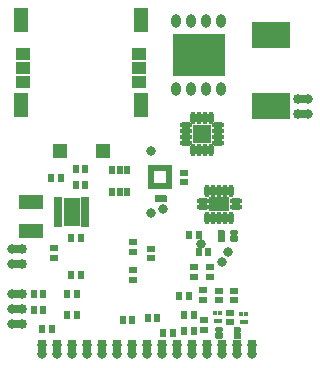
<source format=gbs>
G04 Layer_Color=16711935*
%FSLAX44Y44*%
%MOMM*%
G71*
G01*
G75*
%ADD42R,1.2000X0.8000*%
%ADD43R,0.8000X1.2000*%
%ADD66R,0.8032X0.6032*%
%ADD71R,0.6032X0.8032*%
%ADD80C,0.8032*%
%ADD83R,3.2032X2.2032*%
%ADD84O,0.4532X1.1032*%
%ADD85O,1.1032X0.4532*%
%ADD86R,1.6032X1.6032*%
%ADD87O,0.8032X1.1532*%
%ADD88R,4.4032X3.6032*%
%ADD89R,0.6032X0.7032*%
%ADD90R,1.3032X1.2032*%
%ADD91R,1.2032X2.0032*%
%ADD92R,1.2032X1.0032*%
%ADD93R,1.7032X1.2032*%
%ADD94R,0.5032X0.5282*%
%ADD95R,0.5282X0.5032*%
%ADD96R,0.7032X0.5032*%
%ADD97R,1.4532X2.3532*%
%ADD98R,2.0032X1.2032*%
%ADD99R,0.7032X0.4532*%
%ADD100R,0.4032X0.4532*%
G36*
X177133Y23229D02*
X177264Y23203D01*
X177390Y23160D01*
X177509Y23101D01*
X177620Y23027D01*
X177720Y22939D01*
X177808Y22839D01*
X177882Y22729D01*
X177941Y22609D01*
X177983Y22483D01*
X178009Y22352D01*
X178018Y22219D01*
Y20219D01*
X178009Y20087D01*
X177983Y19956D01*
X177941Y19830D01*
X177882Y19710D01*
X177808Y19600D01*
X177720Y19499D01*
X177368Y19148D01*
X177390Y19141D01*
X177509Y19082D01*
X177620Y19008D01*
X177720Y18920D01*
X177808Y18820D01*
X177882Y18709D01*
X177941Y18590D01*
X177983Y18463D01*
X178009Y18333D01*
X178018Y18200D01*
Y14200D01*
X178009Y14067D01*
X177983Y13937D01*
X177941Y13810D01*
X177882Y13691D01*
X177808Y13580D01*
X177720Y13480D01*
X177620Y13392D01*
X177509Y13318D01*
X177390Y13259D01*
X177264Y13217D01*
X177133Y13190D01*
X177000Y13182D01*
X173000D01*
X172867Y13190D01*
X172736Y13217D01*
X172610Y13259D01*
X172491Y13318D01*
X172380Y13392D01*
X172280Y13480D01*
X172192Y13580D01*
X172118Y13691D01*
X172059Y13810D01*
X172017Y13937D01*
X171991Y14067D01*
X171982Y14200D01*
Y18200D01*
X171991Y18333D01*
X172017Y18463D01*
X172059Y18590D01*
X172118Y18709D01*
X172192Y18820D01*
X172280Y18920D01*
X172380Y19008D01*
X172491Y19082D01*
X172610Y19141D01*
X172632Y19148D01*
X172280Y19499D01*
X172192Y19600D01*
X172118Y19710D01*
X172059Y19830D01*
X172017Y19956D01*
X171991Y20087D01*
X171982Y20219D01*
Y22219D01*
X171991Y22352D01*
X172017Y22483D01*
X172059Y22609D01*
X172118Y22729D01*
X172192Y22839D01*
X172280Y22939D01*
X172380Y23027D01*
X172491Y23101D01*
X172610Y23160D01*
X172736Y23203D01*
X172867Y23229D01*
X173000Y23238D01*
X177000D01*
X177133Y23229D01*
D02*
G37*
G36*
X192433Y22909D02*
X192563Y22883D01*
X192690Y22840D01*
X192809Y22782D01*
X192920Y22708D01*
X193020Y22620D01*
X193108Y22520D01*
X193182Y22409D01*
X193241Y22289D01*
X193284Y22163D01*
X193309Y22033D01*
X193318Y21900D01*
Y19900D01*
X193309Y19767D01*
X193284Y19636D01*
X193241Y19510D01*
X193182Y19391D01*
X193108Y19280D01*
X193020Y19180D01*
X192668Y18828D01*
X192690Y18821D01*
X192809Y18762D01*
X192920Y18688D01*
X193020Y18600D01*
X193108Y18500D01*
X193182Y18389D01*
X193241Y18270D01*
X193284Y18144D01*
X193309Y18013D01*
X193318Y17880D01*
Y13880D01*
X193309Y13748D01*
X193284Y13617D01*
X193241Y13491D01*
X193182Y13371D01*
X193108Y13261D01*
X193020Y13160D01*
X192920Y13073D01*
X192809Y12999D01*
X192690Y12940D01*
X192563Y12897D01*
X192433Y12871D01*
X192300Y12862D01*
X188300D01*
X188167Y12871D01*
X188036Y12897D01*
X187910Y12940D01*
X187791Y12999D01*
X187680Y13073D01*
X187580Y13160D01*
X187492Y13261D01*
X187418Y13371D01*
X187359Y13491D01*
X187316Y13617D01*
X187290Y13748D01*
X187282Y13880D01*
Y17880D01*
X187290Y18013D01*
X187316Y18144D01*
X187359Y18270D01*
X187418Y18389D01*
X187492Y18500D01*
X187580Y18600D01*
X187680Y18688D01*
X187791Y18762D01*
X187910Y18821D01*
X187932Y18828D01*
X187580Y19180D01*
X187492Y19280D01*
X187418Y19391D01*
X187359Y19510D01*
X187316Y19636D01*
X187290Y19767D01*
X187282Y19900D01*
Y21900D01*
X187290Y22033D01*
X187316Y22163D01*
X187359Y22289D01*
X187418Y22409D01*
X187492Y22520D01*
X187580Y22620D01*
X187680Y22708D01*
X187791Y22782D01*
X187910Y22840D01*
X188036Y22883D01*
X188167Y22909D01*
X188300Y22918D01*
X192300D01*
X192433Y22909D01*
D02*
G37*
G36*
X178933Y105210D02*
X179063Y105183D01*
X179190Y105141D01*
X179309Y105082D01*
X179420Y105008D01*
X179520Y104920D01*
X179608Y104820D01*
X179682Y104709D01*
X179741Y104590D01*
X179783Y104464D01*
X179809Y104333D01*
X179818Y104200D01*
Y102200D01*
X179809Y102067D01*
X179783Y101936D01*
X179741Y101810D01*
X179682Y101691D01*
X179608Y101580D01*
X179520Y101480D01*
X179168Y101129D01*
X179190Y101121D01*
X179309Y101062D01*
X179420Y100988D01*
X179520Y100900D01*
X179608Y100800D01*
X179682Y100690D01*
X179741Y100570D01*
X179783Y100444D01*
X179809Y100314D01*
X179818Y100181D01*
Y96181D01*
X179809Y96048D01*
X179783Y95917D01*
X179741Y95791D01*
X179682Y95672D01*
X179608Y95561D01*
X179520Y95461D01*
X179420Y95373D01*
X179309Y95299D01*
X179190Y95240D01*
X179063Y95197D01*
X178933Y95171D01*
X178800Y95162D01*
X174800D01*
X174667Y95171D01*
X174536Y95197D01*
X174410Y95240D01*
X174291Y95299D01*
X174180Y95373D01*
X174080Y95461D01*
X173992Y95561D01*
X173918Y95672D01*
X173859Y95791D01*
X173817Y95917D01*
X173790Y96048D01*
X173782Y96181D01*
Y100181D01*
X173790Y100314D01*
X173817Y100444D01*
X173859Y100570D01*
X173918Y100690D01*
X173992Y100800D01*
X174080Y100900D01*
X174180Y100988D01*
X174291Y101062D01*
X174410Y101121D01*
X174432Y101129D01*
X174080Y101480D01*
X173992Y101580D01*
X173918Y101691D01*
X173859Y101810D01*
X173817Y101936D01*
X173790Y102067D01*
X173782Y102200D01*
D01*
Y102200D01*
Y104200D01*
X173790Y104333D01*
X173817Y104464D01*
X173859Y104590D01*
X173918Y104709D01*
X173992Y104820D01*
X174080Y104920D01*
X174180Y105008D01*
X174291Y105082D01*
X174410Y105141D01*
X174536Y105183D01*
X174667Y105210D01*
X174800Y105218D01*
X178800D01*
X178933Y105210D01*
D02*
G37*
G36*
X129752Y134810D02*
X129883Y134783D01*
X130009Y134741D01*
X130128Y134682D01*
X130239Y134608D01*
X130339Y134520D01*
X130427Y134420D01*
X130501Y134309D01*
X130560Y134190D01*
X130603Y134064D01*
X130629Y133933D01*
X130638Y133800D01*
Y133800D01*
D01*
X130638Y129800D01*
X130629Y129667D01*
X130603Y129537D01*
X130560Y129410D01*
X130501Y129291D01*
X130427Y129180D01*
X130339Y129080D01*
X130239Y128992D01*
X130128Y128918D01*
X130009Y128859D01*
X129883Y128816D01*
X129752Y128791D01*
X129619Y128782D01*
X127619Y128782D01*
D01*
X127619D01*
X127486Y128791D01*
X127356Y128816D01*
X127230Y128859D01*
X127110Y128918D01*
X127000Y128992D01*
X126899Y129080D01*
X126548Y129432D01*
X126541Y129410D01*
X126482Y129291D01*
X126408Y129180D01*
X126320Y129080D01*
X126220Y128992D01*
X126109Y128918D01*
X125990Y128859D01*
X125864Y128816D01*
X125733Y128791D01*
X125600Y128782D01*
X121600Y128782D01*
X121467Y128791D01*
X121336Y128816D01*
X121210Y128859D01*
X121091Y128918D01*
X120980Y128992D01*
X120880Y129080D01*
X120792Y129180D01*
X120718Y129291D01*
X120659Y129410D01*
X120617Y129536D01*
X120590Y129667D01*
X120582Y129800D01*
Y133800D01*
X120590Y133933D01*
X120617Y134064D01*
X120659Y134190D01*
X120718Y134309D01*
X120792Y134420D01*
X120880Y134520D01*
X120980Y134608D01*
X121091Y134682D01*
X121210Y134741D01*
X121336Y134783D01*
X121467Y134809D01*
X121600Y134818D01*
X125600D01*
X125733Y134809D01*
X125864Y134783D01*
X125990Y134741D01*
X126109Y134682D01*
X126220Y134608D01*
X126320Y134520D01*
X126408Y134420D01*
X126482Y134309D01*
X126541Y134190D01*
X126548Y134168D01*
X126899Y134520D01*
X127000Y134608D01*
X127110Y134682D01*
X127230Y134741D01*
X127356Y134783D01*
X127486Y134809D01*
X127619Y134818D01*
X129619Y134818D01*
D01*
X129619D01*
X129752Y134810D01*
D02*
G37*
G36*
X189833Y105210D02*
X189963Y105183D01*
X190090Y105141D01*
X190209Y105082D01*
X190320Y105008D01*
X190420Y104920D01*
X190508Y104820D01*
X190582Y104709D01*
X190641Y104590D01*
X190683Y104464D01*
X190709Y104333D01*
X190718Y104200D01*
Y102200D01*
X190709Y102067D01*
X190683Y101936D01*
X190641Y101810D01*
X190582Y101691D01*
X190508Y101580D01*
X190420Y101480D01*
X190068Y101129D01*
X190090Y101121D01*
X190209Y101062D01*
X190320Y100988D01*
X190420Y100900D01*
X190508Y100800D01*
X190582Y100690D01*
X190641Y100570D01*
X190683Y100444D01*
X190709Y100314D01*
X190718Y100181D01*
Y96181D01*
X190709Y96048D01*
X190683Y95917D01*
X190641Y95791D01*
X190582Y95672D01*
X190508Y95561D01*
X190420Y95461D01*
X190320Y95373D01*
X190209Y95299D01*
X190090Y95240D01*
X189963Y95197D01*
X189833Y95171D01*
X189700Y95162D01*
X185700D01*
X185567Y95171D01*
X185436Y95197D01*
X185310Y95240D01*
X185191Y95299D01*
X185080Y95373D01*
X184980Y95461D01*
X184892Y95561D01*
X184818Y95672D01*
X184759Y95791D01*
X184716Y95917D01*
X184690Y96048D01*
X184682Y96181D01*
Y100181D01*
X184690Y100314D01*
X184716Y100444D01*
X184759Y100570D01*
X184818Y100690D01*
X184892Y100800D01*
X184980Y100900D01*
X185080Y100988D01*
X185191Y101062D01*
X185310Y101121D01*
X185332Y101129D01*
X184980Y101480D01*
X184892Y101580D01*
X184818Y101691D01*
X184759Y101810D01*
X184716Y101936D01*
X184690Y102067D01*
X184682Y102200D01*
D01*
Y102200D01*
Y104200D01*
X184690Y104333D01*
X184716Y104464D01*
X184759Y104590D01*
X184818Y104709D01*
X184892Y104820D01*
X184980Y104920D01*
X185080Y105008D01*
X185191Y105082D01*
X185310Y105141D01*
X185436Y105183D01*
X185567Y105210D01*
X185700Y105218D01*
X189700D01*
X189833Y105210D01*
D02*
G37*
D42*
X6000Y25400D02*
D03*
X244000Y215900D02*
D03*
X244000Y203200D02*
D03*
X6000Y76200D02*
D03*
X6000Y88900D02*
D03*
Y38100D02*
D03*
Y50800D02*
D03*
D43*
X152400Y6000D02*
D03*
X139700D02*
D03*
X165100Y6000D02*
D03*
X203200D02*
D03*
X63500Y6000D02*
D03*
X190500Y6000D02*
D03*
X177800Y6000D02*
D03*
X38100Y6000D02*
D03*
X25400Y6000D02*
D03*
X127000Y6000D02*
D03*
X50800D02*
D03*
X88900D02*
D03*
X101600D02*
D03*
X114300Y6000D02*
D03*
X76200Y6000D02*
D03*
D66*
X167200Y65700D02*
D03*
Y73700D02*
D03*
X153600Y73800D02*
D03*
Y65800D02*
D03*
X117500Y81600D02*
D03*
Y89600D02*
D03*
X161700Y46300D02*
D03*
Y54300D02*
D03*
X35100Y82000D02*
D03*
Y90000D02*
D03*
X145400Y145700D02*
D03*
Y153700D02*
D03*
X187700Y46100D02*
D03*
Y54100D02*
D03*
X174600Y46100D02*
D03*
Y54100D02*
D03*
X102400Y71400D02*
D03*
Y63400D02*
D03*
Y87100D02*
D03*
Y95100D02*
D03*
X184600Y27200D02*
D03*
Y35200D02*
D03*
X162339Y29000D02*
D03*
Y21000D02*
D03*
D71*
X149300Y49700D02*
D03*
X141300D02*
D03*
X153370Y33200D02*
D03*
X145370D02*
D03*
X153370Y19800D02*
D03*
X145370D02*
D03*
X157900Y100800D02*
D03*
X149900D02*
D03*
X157900Y86900D02*
D03*
X165900D02*
D03*
X127900Y17800D02*
D03*
X135900D02*
D03*
X101600Y29500D02*
D03*
X93600D02*
D03*
X32800Y149800D02*
D03*
X40800D02*
D03*
X61600Y157300D02*
D03*
X53600D02*
D03*
X61600Y143500D02*
D03*
X53600D02*
D03*
X49900Y98200D02*
D03*
X57900D02*
D03*
X46400Y33700D02*
D03*
X54400D02*
D03*
X26100Y37400D02*
D03*
X18100D02*
D03*
X26100Y51500D02*
D03*
X18100D02*
D03*
X122684Y30900D02*
D03*
X114684D02*
D03*
X49700Y67000D02*
D03*
X57700D02*
D03*
X54500Y51500D02*
D03*
X46500D02*
D03*
X33200Y21200D02*
D03*
X25200D02*
D03*
D80*
X117375Y172075D02*
D03*
Y120075D02*
D03*
X127400Y122900D02*
D03*
X182500Y86600D02*
D03*
X177600Y78400D02*
D03*
X159400Y93500D02*
D03*
X0Y25400D02*
D03*
X8000D02*
D03*
X152400Y8000D02*
D03*
Y0D02*
D03*
X139700Y8000D02*
D03*
Y0D02*
D03*
X165100Y8000D02*
D03*
Y0D02*
D03*
X203200Y8000D02*
D03*
Y0D02*
D03*
X242000Y215900D02*
D03*
X250000D02*
D03*
X242000Y203200D02*
D03*
X250000D02*
D03*
X63500Y8000D02*
D03*
Y0D02*
D03*
X8000Y76200D02*
D03*
X0D02*
D03*
X8000Y88900D02*
D03*
X0D02*
D03*
X8000Y38100D02*
D03*
X0D02*
D03*
X8000Y50800D02*
D03*
X0D02*
D03*
X190500Y8000D02*
D03*
Y0D02*
D03*
X177800Y8000D02*
D03*
Y0D02*
D03*
X38100Y8000D02*
D03*
Y0D02*
D03*
X25400Y8000D02*
D03*
Y0D02*
D03*
X127000Y8000D02*
D03*
Y0D02*
D03*
X50800Y8000D02*
D03*
Y0D02*
D03*
X88900Y8000D02*
D03*
Y0D02*
D03*
X101600Y8000D02*
D03*
Y0D02*
D03*
X114300Y8000D02*
D03*
Y0D02*
D03*
X76200Y8000D02*
D03*
Y0D02*
D03*
D83*
X218600Y210700D02*
D03*
Y270700D02*
D03*
D84*
X153000Y200450D02*
D03*
X158000D02*
D03*
X163000D02*
D03*
X168000D02*
D03*
Y172950D02*
D03*
X163000D02*
D03*
X158000D02*
D03*
X153000D02*
D03*
X185200Y115800D02*
D03*
X180200D02*
D03*
X175200D02*
D03*
X170200D02*
D03*
X165200D02*
D03*
Y138800D02*
D03*
X170200D02*
D03*
X175200D02*
D03*
X180200D02*
D03*
X185200D02*
D03*
D85*
X174250Y194200D02*
D03*
Y189200D02*
D03*
Y184200D02*
D03*
Y179200D02*
D03*
X146750D02*
D03*
Y184200D02*
D03*
Y189200D02*
D03*
Y194200D02*
D03*
X189200Y129800D02*
D03*
Y124800D02*
D03*
X161200D02*
D03*
Y129800D02*
D03*
D86*
X160500Y186700D02*
D03*
D87*
X176650Y224850D02*
D03*
X163950D02*
D03*
X151250D02*
D03*
X138550D02*
D03*
Y282350D02*
D03*
X151250D02*
D03*
X163950D02*
D03*
X176650D02*
D03*
D88*
X157600Y253600D02*
D03*
D89*
X97400Y137500D02*
D03*
X90900D02*
D03*
X84400D02*
D03*
Y156500D02*
D03*
X90900D02*
D03*
X97400D02*
D03*
D90*
X40100Y171950D02*
D03*
X76500D02*
D03*
D91*
X7300Y283200D02*
D03*
Y211200D02*
D03*
X109300D02*
D03*
Y283200D02*
D03*
D92*
X9300Y230700D02*
D03*
Y242700D02*
D03*
Y254700D02*
D03*
X107300D02*
D03*
Y242700D02*
D03*
Y230700D02*
D03*
D93*
X175200Y127300D02*
D03*
D94*
X122500Y142375D02*
D03*
X127500D02*
D03*
Y157625D02*
D03*
X122500D02*
D03*
D95*
X132625Y142500D02*
D03*
Y147500D02*
D03*
Y152500D02*
D03*
Y157500D02*
D03*
X117375D02*
D03*
Y152500D02*
D03*
Y147500D02*
D03*
Y142500D02*
D03*
D96*
X39000Y110700D02*
D03*
Y115700D02*
D03*
Y120700D02*
D03*
Y125700D02*
D03*
Y130700D02*
D03*
X61600Y110700D02*
D03*
Y115700D02*
D03*
Y120700D02*
D03*
Y125700D02*
D03*
Y130700D02*
D03*
D97*
X50300Y120700D02*
D03*
D98*
X15600Y129500D02*
D03*
Y104500D02*
D03*
D99*
X195700Y27400D02*
D03*
X173700Y28200D02*
D03*
D100*
X193700Y33900D02*
D03*
X197700D02*
D03*
X171700Y34700D02*
D03*
X175700D02*
D03*
M02*

</source>
